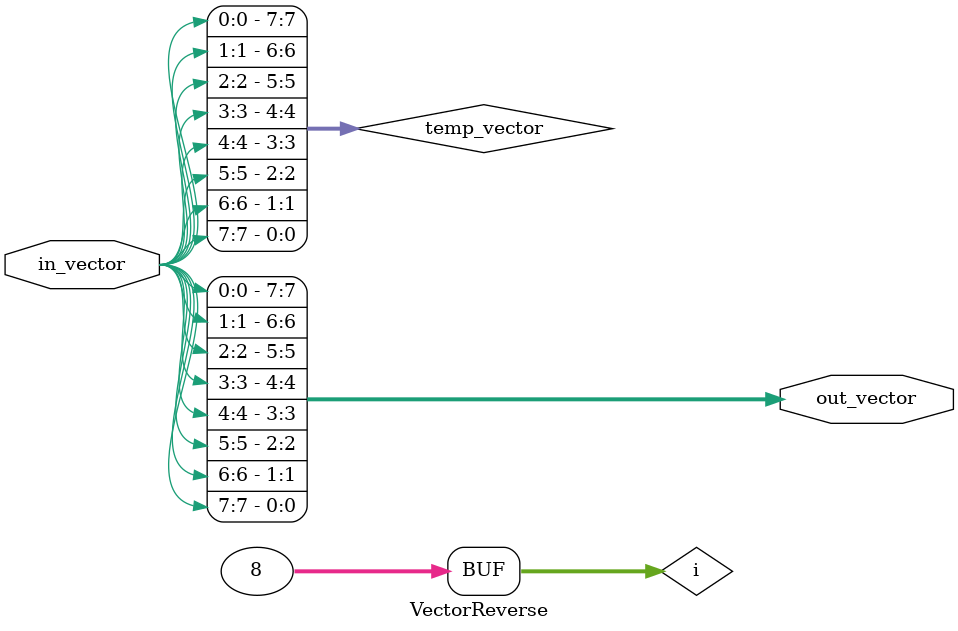
<source format=v>
module VectorReverse (
    input [7:0] in_vector,     // Input vector of 8 bits
    output [7:0] out_vector    // Output vector of 8 bits
);

reg [7:0] temp_vector;  // Temporary vector to hold the reversed values
integer i;             // Integer for loop counter

always @(*) begin
    for (i = 0; i < 8; i = i + 1) begin
        temp_vector[i] = in_vector[7 - i];  // Reverse the elements
    end
end

assign out_vector = temp_vector;  // Assign the reversed vector to the output

endmodule


</source>
